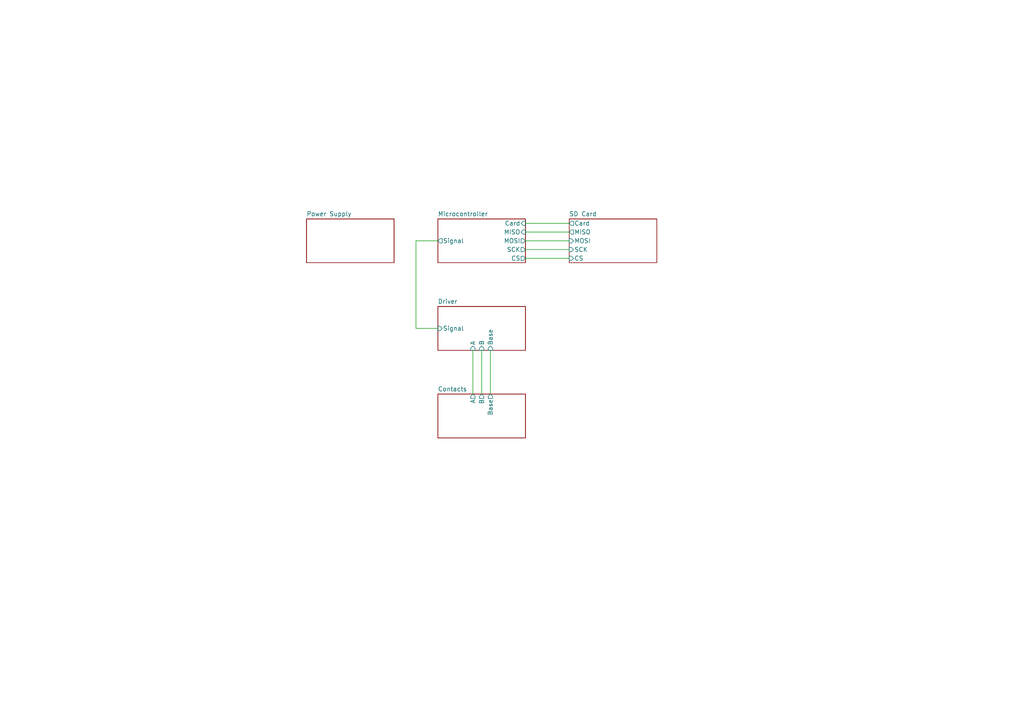
<source format=kicad_sch>
(kicad_sch (version 20230121) (generator eeschema)

  (uuid 0cecab2b-a552-4f9c-b012-66fc2b7d8bdb)

  (paper "A4")

  (lib_symbols
  )


  (wire (pts (xy 139.7 101.6) (xy 139.7 114.3))
    (stroke (width 0) (type default))
    (uuid 04e8e4c4-f118-4bec-992f-be246f320019)
  )
  (wire (pts (xy 152.4 67.31) (xy 165.1 67.31))
    (stroke (width 0) (type default))
    (uuid 076b6e94-33b0-4072-b28b-c8b865fa6024)
  )
  (wire (pts (xy 137.16 101.6) (xy 137.16 114.3))
    (stroke (width 0) (type default))
    (uuid 4935869a-982b-4b10-bde5-0b4fefdeb732)
  )
  (wire (pts (xy 127 69.85) (xy 120.65 69.85))
    (stroke (width 0) (type default))
    (uuid 4fadbf24-1a44-4c5f-8155-54e28dc3d1e3)
  )
  (wire (pts (xy 152.4 64.77) (xy 165.1 64.77))
    (stroke (width 0) (type default))
    (uuid 55325df6-84b2-4d7c-999c-e781150f5c89)
  )
  (wire (pts (xy 120.65 95.25) (xy 127 95.25))
    (stroke (width 0) (type default))
    (uuid 767a097d-5e85-4700-b718-53d0b47afe48)
  )
  (wire (pts (xy 120.65 69.85) (xy 120.65 95.25))
    (stroke (width 0) (type default))
    (uuid 78c9a3d8-ca8d-45a1-8088-a1a99535d37d)
  )
  (wire (pts (xy 142.24 101.6) (xy 142.24 114.3))
    (stroke (width 0) (type default))
    (uuid af03a9de-a7c1-4859-8a26-e2158ba537f6)
  )
  (wire (pts (xy 152.4 72.39) (xy 165.1 72.39))
    (stroke (width 0) (type default))
    (uuid b284ffb0-c563-4628-8f42-b05d3db5476e)
  )
  (wire (pts (xy 152.4 74.93) (xy 165.1 74.93))
    (stroke (width 0) (type default))
    (uuid e13085c6-aac3-42ee-b2b5-fdd1a4c72a51)
  )
  (wire (pts (xy 152.4 69.85) (xy 165.1 69.85))
    (stroke (width 0) (type default))
    (uuid eb471520-57c0-4f61-bdd4-46c863a1e276)
  )

  (sheet (at 127 114.3) (size 25.4 12.7) (fields_autoplaced)
    (stroke (width 0.1524) (type solid))
    (fill (color 0 0 0 0.0000))
    (uuid 13104c3d-b875-4e02-970f-7d210569d6e3)
    (property "Sheetname" "Contacts" (at 127 113.5884 0)
      (effects (font (size 1.27 1.27)) (justify left bottom))
    )
    (property "Sheetfile" "Contacts.kicad_sch" (at 127 127.5846 0)
      (effects (font (size 1.27 1.27)) (justify left top) hide)
    )
    (pin "Base" output (at 142.24 114.3 90)
      (effects (font (size 1.27 1.27)) (justify right))
      (uuid c06dbc5c-4120-43ff-bf55-626ea4f0ab98)
    )
    (pin "A" output (at 137.16 114.3 90)
      (effects (font (size 1.27 1.27)) (justify right))
      (uuid aef57880-a564-47dc-9901-0c70fbcc2b6a)
    )
    (pin "B" output (at 139.7 114.3 90)
      (effects (font (size 1.27 1.27)) (justify right))
      (uuid da1aaf40-2174-45c9-997c-9b643c1d5276)
    )
    (instances
      (project "uTesla"
        (path "/0cecab2b-a552-4f9c-b012-66fc2b7d8bdb" (page "6"))
      )
    )
  )

  (sheet (at 88.9 63.5) (size 25.4 12.7) (fields_autoplaced)
    (stroke (width 0.1524) (type solid))
    (fill (color 0 0 0 0.0000))
    (uuid 40e0481b-1d5b-49c7-bf9f-abcc1f3a7809)
    (property "Sheetname" "Power Supply" (at 88.9 62.7884 0)
      (effects (font (size 1.27 1.27)) (justify left bottom))
    )
    (property "Sheetfile" "PowerSupply.kicad_sch" (at 88.9 76.7846 0)
      (effects (font (size 1.27 1.27)) (justify left top) hide)
    )
    (instances
      (project "uTesla"
        (path "/0cecab2b-a552-4f9c-b012-66fc2b7d8bdb" (page "2"))
      )
    )
  )

  (sheet (at 127 88.9) (size 25.4 12.7) (fields_autoplaced)
    (stroke (width 0.1524) (type solid))
    (fill (color 0 0 0 0.0000))
    (uuid 44b4a965-d1c4-4853-bb2e-cf8d84c41bf6)
    (property "Sheetname" "Driver" (at 127 88.1884 0)
      (effects (font (size 1.27 1.27)) (justify left bottom))
    )
    (property "Sheetfile" "Driver.kicad_sch" (at 127 102.1846 0)
      (effects (font (size 1.27 1.27)) (justify left top) hide)
    )
    (pin "Signal" input (at 127 95.25 180)
      (effects (font (size 1.27 1.27)) (justify left))
      (uuid cee8407a-d0b4-4713-a3e3-dcca1abdc86a)
    )
    (pin "Base" input (at 142.24 101.6 270)
      (effects (font (size 1.27 1.27)) (justify left))
      (uuid 125a21b2-f92b-44d2-988f-aa7d4b9203b4)
    )
    (pin "A" input (at 137.16 101.6 270)
      (effects (font (size 1.27 1.27)) (justify left))
      (uuid 8dcd3be0-d486-4b0f-ae16-6a991b0d4901)
    )
    (pin "B" input (at 139.7 101.6 270)
      (effects (font (size 1.27 1.27)) (justify left))
      (uuid 72b04f22-8540-48f6-a2d3-8f588bb34658)
    )
    (instances
      (project "uTesla"
        (path "/0cecab2b-a552-4f9c-b012-66fc2b7d8bdb" (page "5"))
      )
    )
  )

  (sheet (at 165.1 63.5) (size 25.4 12.7) (fields_autoplaced)
    (stroke (width 0.1524) (type solid))
    (fill (color 0 0 0 0.0000))
    (uuid af7f4b01-4906-497f-8eac-258d9974f619)
    (property "Sheetname" "SD Card" (at 165.1 62.7884 0)
      (effects (font (size 1.27 1.27)) (justify left bottom))
    )
    (property "Sheetfile" "SDCard.kicad_sch" (at 165.1 76.7846 0)
      (effects (font (size 1.27 1.27)) (justify left top) hide)
    )
    (pin "MISO" output (at 165.1 67.31 180)
      (effects (font (size 1.27 1.27)) (justify left))
      (uuid 08f23152-441c-47fc-83ce-fbb708d95755)
    )
    (pin "SCK" input (at 165.1 72.39 180)
      (effects (font (size 1.27 1.27)) (justify left))
      (uuid 6d521d9e-6ab5-4a74-9fcd-b6ff535d556a)
    )
    (pin "CS" input (at 165.1 74.93 180)
      (effects (font (size 1.27 1.27)) (justify left))
      (uuid b8deacdf-521a-4fde-ba19-9934c6f735d7)
    )
    (pin "MOSI" input (at 165.1 69.85 180)
      (effects (font (size 1.27 1.27)) (justify left))
      (uuid 0b8d0800-d045-4cb4-b734-8858f444fbf2)
    )
    (pin "Card" output (at 165.1 64.77 180)
      (effects (font (size 1.27 1.27)) (justify left))
      (uuid b17aab87-13d8-43af-91a3-8d0d5a71249f)
    )
    (instances
      (project "uTesla"
        (path "/0cecab2b-a552-4f9c-b012-66fc2b7d8bdb" (page "4"))
      )
    )
  )

  (sheet (at 127 63.5) (size 25.4 12.7) (fields_autoplaced)
    (stroke (width 0.1524) (type solid))
    (fill (color 0 0 0 0.0000))
    (uuid e06adc09-bf91-4da9-9692-74073479976c)
    (property "Sheetname" "Microcontroller" (at 127 62.7884 0)
      (effects (font (size 1.27 1.27)) (justify left bottom))
    )
    (property "Sheetfile" "Microcontroller.kicad_sch" (at 127 76.7846 0)
      (effects (font (size 1.27 1.27)) (justify left top) hide)
    )
    (pin "Signal" output (at 127 69.85 180)
      (effects (font (size 1.27 1.27)) (justify left))
      (uuid ebd859e6-53b8-4db7-baea-3b074c7cd7f1)
    )
    (pin "MOSI" output (at 152.4 69.85 0)
      (effects (font (size 1.27 1.27)) (justify right))
      (uuid 12f2dbb6-696d-40dc-8961-19adedef9f3d)
    )
    (pin "CS" output (at 152.4 74.93 0)
      (effects (font (size 1.27 1.27)) (justify right))
      (uuid f1936a28-8867-466e-bcb1-c0264b16666c)
    )
    (pin "MISO" input (at 152.4 67.31 0)
      (effects (font (size 1.27 1.27)) (justify right))
      (uuid 8c49a9cf-9e21-400d-bac4-692ba33e936a)
    )
    (pin "SCK" output (at 152.4 72.39 0)
      (effects (font (size 1.27 1.27)) (justify right))
      (uuid 1aa7cb91-bff3-4eb1-b193-ea3535d5b244)
    )
    (pin "Card" input (at 152.4 64.77 0)
      (effects (font (size 1.27 1.27)) (justify right))
      (uuid 224f76f2-4938-427f-a296-d4f65c80a12c)
    )
    (instances
      (project "uTesla"
        (path "/0cecab2b-a552-4f9c-b012-66fc2b7d8bdb" (page "3"))
      )
    )
  )

  (sheet_instances
    (path "/" (page "1"))
  )
)

</source>
